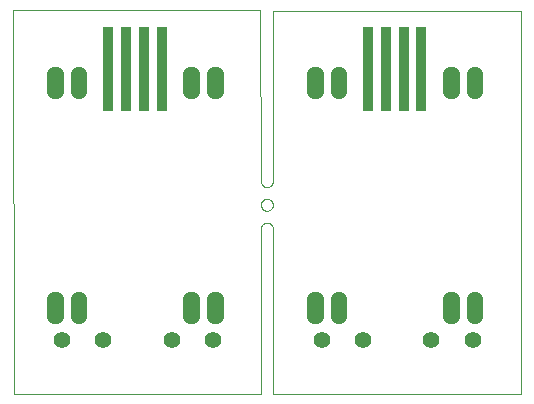
<source format=gbs>
G75*
%MOIN*%
%OFA0B0*%
%FSLAX25Y25*%
%IPPOS*%
%LPD*%
%AMOC8*
5,1,8,0,0,1.08239X$1,22.5*
%
%ADD10C,0.00394*%
%ADD11C,0.05550*%
%ADD12C,0.00000*%
%ADD13C,0.03550*%
%ADD14R,0.03746X0.27959*%
%ADD15C,0.04860*%
D10*
X0001394Y0001197D02*
X0001197Y0129031D01*
X0083559Y0129031D01*
X0083756Y0072063D01*
X0083755Y0072063D02*
X0083757Y0071976D01*
X0083763Y0071889D01*
X0083772Y0071802D01*
X0083786Y0071716D01*
X0083803Y0071631D01*
X0083824Y0071546D01*
X0083849Y0071463D01*
X0083877Y0071380D01*
X0083909Y0071299D01*
X0083945Y0071220D01*
X0083984Y0071142D01*
X0084026Y0071066D01*
X0084072Y0070992D01*
X0084121Y0070920D01*
X0084173Y0070850D01*
X0084228Y0070783D01*
X0084286Y0070718D01*
X0084347Y0070655D01*
X0084411Y0070596D01*
X0084477Y0070539D01*
X0084546Y0070486D01*
X0084617Y0070435D01*
X0084690Y0070388D01*
X0084765Y0070343D01*
X0084842Y0070303D01*
X0084920Y0070265D01*
X0085001Y0070232D01*
X0085082Y0070201D01*
X0085165Y0070175D01*
X0085250Y0070152D01*
X0085335Y0070133D01*
X0085420Y0070118D01*
X0085507Y0070106D01*
X0085593Y0070098D01*
X0085680Y0070094D01*
X0085768Y0070094D01*
X0085855Y0070098D01*
X0085941Y0070106D01*
X0086028Y0070118D01*
X0086113Y0070133D01*
X0086198Y0070152D01*
X0086283Y0070175D01*
X0086366Y0070201D01*
X0086447Y0070232D01*
X0086528Y0070265D01*
X0086606Y0070303D01*
X0086683Y0070343D01*
X0086758Y0070388D01*
X0086831Y0070435D01*
X0086902Y0070486D01*
X0086971Y0070539D01*
X0087037Y0070596D01*
X0087101Y0070655D01*
X0087162Y0070718D01*
X0087220Y0070783D01*
X0087275Y0070850D01*
X0087327Y0070920D01*
X0087376Y0070992D01*
X0087422Y0071066D01*
X0087464Y0071142D01*
X0087503Y0071220D01*
X0087539Y0071299D01*
X0087571Y0071380D01*
X0087599Y0071463D01*
X0087624Y0071546D01*
X0087645Y0071631D01*
X0087662Y0071716D01*
X0087676Y0071802D01*
X0087685Y0071889D01*
X0087691Y0071976D01*
X0087693Y0072063D01*
X0087693Y0128874D01*
X0170370Y0128874D01*
X0170370Y0001197D01*
X0087693Y0001197D01*
X0087693Y0056315D01*
X0087691Y0056402D01*
X0087685Y0056489D01*
X0087676Y0056576D01*
X0087662Y0056662D01*
X0087645Y0056747D01*
X0087624Y0056832D01*
X0087599Y0056915D01*
X0087571Y0056998D01*
X0087539Y0057079D01*
X0087503Y0057158D01*
X0087464Y0057236D01*
X0087422Y0057312D01*
X0087376Y0057386D01*
X0087327Y0057458D01*
X0087275Y0057528D01*
X0087220Y0057595D01*
X0087162Y0057660D01*
X0087101Y0057723D01*
X0087037Y0057782D01*
X0086971Y0057839D01*
X0086902Y0057892D01*
X0086831Y0057943D01*
X0086758Y0057990D01*
X0086683Y0058035D01*
X0086606Y0058075D01*
X0086528Y0058113D01*
X0086447Y0058146D01*
X0086366Y0058177D01*
X0086283Y0058203D01*
X0086198Y0058226D01*
X0086113Y0058245D01*
X0086028Y0058260D01*
X0085941Y0058272D01*
X0085855Y0058280D01*
X0085768Y0058284D01*
X0085680Y0058284D01*
X0085593Y0058280D01*
X0085507Y0058272D01*
X0085420Y0058260D01*
X0085335Y0058245D01*
X0085250Y0058226D01*
X0085165Y0058203D01*
X0085082Y0058177D01*
X0085001Y0058146D01*
X0084920Y0058113D01*
X0084842Y0058075D01*
X0084765Y0058035D01*
X0084690Y0057990D01*
X0084617Y0057943D01*
X0084546Y0057892D01*
X0084477Y0057839D01*
X0084411Y0057782D01*
X0084347Y0057723D01*
X0084286Y0057660D01*
X0084228Y0057595D01*
X0084173Y0057528D01*
X0084121Y0057458D01*
X0084072Y0057386D01*
X0084026Y0057312D01*
X0083984Y0057236D01*
X0083945Y0057158D01*
X0083909Y0057079D01*
X0083877Y0056998D01*
X0083849Y0056915D01*
X0083824Y0056832D01*
X0083803Y0056747D01*
X0083786Y0056662D01*
X0083772Y0056576D01*
X0083763Y0056489D01*
X0083757Y0056402D01*
X0083755Y0056315D01*
X0083756Y0056315D02*
X0083756Y0001197D01*
X0001394Y0001197D01*
X0083755Y0064189D02*
X0083757Y0064277D01*
X0083763Y0064365D01*
X0083773Y0064453D01*
X0083787Y0064541D01*
X0083804Y0064627D01*
X0083826Y0064713D01*
X0083851Y0064797D01*
X0083881Y0064881D01*
X0083913Y0064963D01*
X0083950Y0065043D01*
X0083990Y0065122D01*
X0084034Y0065199D01*
X0084081Y0065274D01*
X0084131Y0065346D01*
X0084185Y0065417D01*
X0084241Y0065484D01*
X0084301Y0065550D01*
X0084363Y0065612D01*
X0084429Y0065672D01*
X0084496Y0065728D01*
X0084567Y0065782D01*
X0084639Y0065832D01*
X0084714Y0065879D01*
X0084791Y0065923D01*
X0084870Y0065963D01*
X0084950Y0066000D01*
X0085032Y0066032D01*
X0085116Y0066062D01*
X0085200Y0066087D01*
X0085286Y0066109D01*
X0085372Y0066126D01*
X0085460Y0066140D01*
X0085548Y0066150D01*
X0085636Y0066156D01*
X0085724Y0066158D01*
X0085812Y0066156D01*
X0085900Y0066150D01*
X0085988Y0066140D01*
X0086076Y0066126D01*
X0086162Y0066109D01*
X0086248Y0066087D01*
X0086332Y0066062D01*
X0086416Y0066032D01*
X0086498Y0066000D01*
X0086578Y0065963D01*
X0086657Y0065923D01*
X0086734Y0065879D01*
X0086809Y0065832D01*
X0086881Y0065782D01*
X0086952Y0065728D01*
X0087019Y0065672D01*
X0087085Y0065612D01*
X0087147Y0065550D01*
X0087207Y0065484D01*
X0087263Y0065417D01*
X0087317Y0065346D01*
X0087367Y0065274D01*
X0087414Y0065199D01*
X0087458Y0065122D01*
X0087498Y0065043D01*
X0087535Y0064963D01*
X0087567Y0064881D01*
X0087597Y0064797D01*
X0087622Y0064713D01*
X0087644Y0064627D01*
X0087661Y0064541D01*
X0087675Y0064453D01*
X0087685Y0064365D01*
X0087691Y0064277D01*
X0087693Y0064189D01*
X0087691Y0064101D01*
X0087685Y0064013D01*
X0087675Y0063925D01*
X0087661Y0063837D01*
X0087644Y0063751D01*
X0087622Y0063665D01*
X0087597Y0063581D01*
X0087567Y0063497D01*
X0087535Y0063415D01*
X0087498Y0063335D01*
X0087458Y0063256D01*
X0087414Y0063179D01*
X0087367Y0063104D01*
X0087317Y0063032D01*
X0087263Y0062961D01*
X0087207Y0062894D01*
X0087147Y0062828D01*
X0087085Y0062766D01*
X0087019Y0062706D01*
X0086952Y0062650D01*
X0086881Y0062596D01*
X0086809Y0062546D01*
X0086734Y0062499D01*
X0086657Y0062455D01*
X0086578Y0062415D01*
X0086498Y0062378D01*
X0086416Y0062346D01*
X0086332Y0062316D01*
X0086248Y0062291D01*
X0086162Y0062269D01*
X0086076Y0062252D01*
X0085988Y0062238D01*
X0085900Y0062228D01*
X0085812Y0062222D01*
X0085724Y0062220D01*
X0085636Y0062222D01*
X0085548Y0062228D01*
X0085460Y0062238D01*
X0085372Y0062252D01*
X0085286Y0062269D01*
X0085200Y0062291D01*
X0085116Y0062316D01*
X0085032Y0062346D01*
X0084950Y0062378D01*
X0084870Y0062415D01*
X0084791Y0062455D01*
X0084714Y0062499D01*
X0084639Y0062546D01*
X0084567Y0062596D01*
X0084496Y0062650D01*
X0084429Y0062706D01*
X0084363Y0062766D01*
X0084301Y0062828D01*
X0084241Y0062894D01*
X0084185Y0062961D01*
X0084131Y0063032D01*
X0084081Y0063104D01*
X0084034Y0063179D01*
X0083990Y0063256D01*
X0083950Y0063335D01*
X0083913Y0063415D01*
X0083881Y0063497D01*
X0083851Y0063581D01*
X0083826Y0063665D01*
X0083804Y0063751D01*
X0083787Y0063837D01*
X0083773Y0063925D01*
X0083763Y0064013D01*
X0083757Y0064101D01*
X0083755Y0064189D01*
D11*
X0067732Y0019268D03*
X0053953Y0019268D03*
X0031157Y0019268D03*
X0017378Y0019268D03*
X0103992Y0019268D03*
X0117772Y0019268D03*
X0140567Y0019268D03*
X0154346Y0019268D03*
D12*
X0152771Y0019268D02*
X0152773Y0019347D01*
X0152779Y0019426D01*
X0152789Y0019505D01*
X0152803Y0019583D01*
X0152820Y0019660D01*
X0152842Y0019736D01*
X0152867Y0019811D01*
X0152897Y0019884D01*
X0152929Y0019956D01*
X0152966Y0020027D01*
X0153006Y0020095D01*
X0153049Y0020161D01*
X0153095Y0020225D01*
X0153145Y0020287D01*
X0153198Y0020346D01*
X0153253Y0020402D01*
X0153312Y0020456D01*
X0153373Y0020506D01*
X0153436Y0020554D01*
X0153502Y0020598D01*
X0153570Y0020639D01*
X0153640Y0020676D01*
X0153711Y0020710D01*
X0153785Y0020740D01*
X0153859Y0020766D01*
X0153935Y0020788D01*
X0154012Y0020807D01*
X0154090Y0020822D01*
X0154168Y0020833D01*
X0154247Y0020840D01*
X0154326Y0020843D01*
X0154405Y0020842D01*
X0154484Y0020837D01*
X0154563Y0020828D01*
X0154641Y0020815D01*
X0154718Y0020798D01*
X0154795Y0020778D01*
X0154870Y0020753D01*
X0154944Y0020725D01*
X0155017Y0020693D01*
X0155087Y0020658D01*
X0155156Y0020619D01*
X0155223Y0020576D01*
X0155288Y0020530D01*
X0155350Y0020482D01*
X0155410Y0020430D01*
X0155467Y0020375D01*
X0155521Y0020317D01*
X0155572Y0020257D01*
X0155620Y0020194D01*
X0155665Y0020129D01*
X0155707Y0020061D01*
X0155745Y0019992D01*
X0155779Y0019921D01*
X0155810Y0019848D01*
X0155838Y0019773D01*
X0155861Y0019698D01*
X0155881Y0019621D01*
X0155897Y0019544D01*
X0155909Y0019465D01*
X0155917Y0019387D01*
X0155921Y0019308D01*
X0155921Y0019228D01*
X0155917Y0019149D01*
X0155909Y0019071D01*
X0155897Y0018992D01*
X0155881Y0018915D01*
X0155861Y0018838D01*
X0155838Y0018763D01*
X0155810Y0018688D01*
X0155779Y0018615D01*
X0155745Y0018544D01*
X0155707Y0018475D01*
X0155665Y0018407D01*
X0155620Y0018342D01*
X0155572Y0018279D01*
X0155521Y0018219D01*
X0155467Y0018161D01*
X0155410Y0018106D01*
X0155350Y0018054D01*
X0155288Y0018006D01*
X0155223Y0017960D01*
X0155156Y0017917D01*
X0155087Y0017878D01*
X0155017Y0017843D01*
X0154944Y0017811D01*
X0154870Y0017783D01*
X0154795Y0017758D01*
X0154718Y0017738D01*
X0154641Y0017721D01*
X0154563Y0017708D01*
X0154484Y0017699D01*
X0154405Y0017694D01*
X0154326Y0017693D01*
X0154247Y0017696D01*
X0154168Y0017703D01*
X0154090Y0017714D01*
X0154012Y0017729D01*
X0153935Y0017748D01*
X0153859Y0017770D01*
X0153785Y0017796D01*
X0153711Y0017826D01*
X0153640Y0017860D01*
X0153570Y0017897D01*
X0153502Y0017938D01*
X0153436Y0017982D01*
X0153373Y0018030D01*
X0153312Y0018080D01*
X0153253Y0018134D01*
X0153198Y0018190D01*
X0153145Y0018249D01*
X0153095Y0018311D01*
X0153049Y0018375D01*
X0153006Y0018441D01*
X0152966Y0018509D01*
X0152929Y0018580D01*
X0152897Y0018652D01*
X0152867Y0018725D01*
X0152842Y0018800D01*
X0152820Y0018876D01*
X0152803Y0018953D01*
X0152789Y0019031D01*
X0152779Y0019110D01*
X0152773Y0019189D01*
X0152771Y0019268D01*
X0138992Y0019268D02*
X0138994Y0019347D01*
X0139000Y0019426D01*
X0139010Y0019505D01*
X0139024Y0019583D01*
X0139041Y0019660D01*
X0139063Y0019736D01*
X0139088Y0019811D01*
X0139118Y0019884D01*
X0139150Y0019956D01*
X0139187Y0020027D01*
X0139227Y0020095D01*
X0139270Y0020161D01*
X0139316Y0020225D01*
X0139366Y0020287D01*
X0139419Y0020346D01*
X0139474Y0020402D01*
X0139533Y0020456D01*
X0139594Y0020506D01*
X0139657Y0020554D01*
X0139723Y0020598D01*
X0139791Y0020639D01*
X0139861Y0020676D01*
X0139932Y0020710D01*
X0140006Y0020740D01*
X0140080Y0020766D01*
X0140156Y0020788D01*
X0140233Y0020807D01*
X0140311Y0020822D01*
X0140389Y0020833D01*
X0140468Y0020840D01*
X0140547Y0020843D01*
X0140626Y0020842D01*
X0140705Y0020837D01*
X0140784Y0020828D01*
X0140862Y0020815D01*
X0140939Y0020798D01*
X0141016Y0020778D01*
X0141091Y0020753D01*
X0141165Y0020725D01*
X0141238Y0020693D01*
X0141308Y0020658D01*
X0141377Y0020619D01*
X0141444Y0020576D01*
X0141509Y0020530D01*
X0141571Y0020482D01*
X0141631Y0020430D01*
X0141688Y0020375D01*
X0141742Y0020317D01*
X0141793Y0020257D01*
X0141841Y0020194D01*
X0141886Y0020129D01*
X0141928Y0020061D01*
X0141966Y0019992D01*
X0142000Y0019921D01*
X0142031Y0019848D01*
X0142059Y0019773D01*
X0142082Y0019698D01*
X0142102Y0019621D01*
X0142118Y0019544D01*
X0142130Y0019465D01*
X0142138Y0019387D01*
X0142142Y0019308D01*
X0142142Y0019228D01*
X0142138Y0019149D01*
X0142130Y0019071D01*
X0142118Y0018992D01*
X0142102Y0018915D01*
X0142082Y0018838D01*
X0142059Y0018763D01*
X0142031Y0018688D01*
X0142000Y0018615D01*
X0141966Y0018544D01*
X0141928Y0018475D01*
X0141886Y0018407D01*
X0141841Y0018342D01*
X0141793Y0018279D01*
X0141742Y0018219D01*
X0141688Y0018161D01*
X0141631Y0018106D01*
X0141571Y0018054D01*
X0141509Y0018006D01*
X0141444Y0017960D01*
X0141377Y0017917D01*
X0141308Y0017878D01*
X0141238Y0017843D01*
X0141165Y0017811D01*
X0141091Y0017783D01*
X0141016Y0017758D01*
X0140939Y0017738D01*
X0140862Y0017721D01*
X0140784Y0017708D01*
X0140705Y0017699D01*
X0140626Y0017694D01*
X0140547Y0017693D01*
X0140468Y0017696D01*
X0140389Y0017703D01*
X0140311Y0017714D01*
X0140233Y0017729D01*
X0140156Y0017748D01*
X0140080Y0017770D01*
X0140006Y0017796D01*
X0139932Y0017826D01*
X0139861Y0017860D01*
X0139791Y0017897D01*
X0139723Y0017938D01*
X0139657Y0017982D01*
X0139594Y0018030D01*
X0139533Y0018080D01*
X0139474Y0018134D01*
X0139419Y0018190D01*
X0139366Y0018249D01*
X0139316Y0018311D01*
X0139270Y0018375D01*
X0139227Y0018441D01*
X0139187Y0018509D01*
X0139150Y0018580D01*
X0139118Y0018652D01*
X0139088Y0018725D01*
X0139063Y0018800D01*
X0139041Y0018876D01*
X0139024Y0018953D01*
X0139010Y0019031D01*
X0139000Y0019110D01*
X0138994Y0019189D01*
X0138992Y0019268D01*
X0116197Y0019268D02*
X0116199Y0019347D01*
X0116205Y0019426D01*
X0116215Y0019505D01*
X0116229Y0019583D01*
X0116246Y0019660D01*
X0116268Y0019736D01*
X0116293Y0019811D01*
X0116323Y0019884D01*
X0116355Y0019956D01*
X0116392Y0020027D01*
X0116432Y0020095D01*
X0116475Y0020161D01*
X0116521Y0020225D01*
X0116571Y0020287D01*
X0116624Y0020346D01*
X0116679Y0020402D01*
X0116738Y0020456D01*
X0116799Y0020506D01*
X0116862Y0020554D01*
X0116928Y0020598D01*
X0116996Y0020639D01*
X0117066Y0020676D01*
X0117137Y0020710D01*
X0117211Y0020740D01*
X0117285Y0020766D01*
X0117361Y0020788D01*
X0117438Y0020807D01*
X0117516Y0020822D01*
X0117594Y0020833D01*
X0117673Y0020840D01*
X0117752Y0020843D01*
X0117831Y0020842D01*
X0117910Y0020837D01*
X0117989Y0020828D01*
X0118067Y0020815D01*
X0118144Y0020798D01*
X0118221Y0020778D01*
X0118296Y0020753D01*
X0118370Y0020725D01*
X0118443Y0020693D01*
X0118513Y0020658D01*
X0118582Y0020619D01*
X0118649Y0020576D01*
X0118714Y0020530D01*
X0118776Y0020482D01*
X0118836Y0020430D01*
X0118893Y0020375D01*
X0118947Y0020317D01*
X0118998Y0020257D01*
X0119046Y0020194D01*
X0119091Y0020129D01*
X0119133Y0020061D01*
X0119171Y0019992D01*
X0119205Y0019921D01*
X0119236Y0019848D01*
X0119264Y0019773D01*
X0119287Y0019698D01*
X0119307Y0019621D01*
X0119323Y0019544D01*
X0119335Y0019465D01*
X0119343Y0019387D01*
X0119347Y0019308D01*
X0119347Y0019228D01*
X0119343Y0019149D01*
X0119335Y0019071D01*
X0119323Y0018992D01*
X0119307Y0018915D01*
X0119287Y0018838D01*
X0119264Y0018763D01*
X0119236Y0018688D01*
X0119205Y0018615D01*
X0119171Y0018544D01*
X0119133Y0018475D01*
X0119091Y0018407D01*
X0119046Y0018342D01*
X0118998Y0018279D01*
X0118947Y0018219D01*
X0118893Y0018161D01*
X0118836Y0018106D01*
X0118776Y0018054D01*
X0118714Y0018006D01*
X0118649Y0017960D01*
X0118582Y0017917D01*
X0118513Y0017878D01*
X0118443Y0017843D01*
X0118370Y0017811D01*
X0118296Y0017783D01*
X0118221Y0017758D01*
X0118144Y0017738D01*
X0118067Y0017721D01*
X0117989Y0017708D01*
X0117910Y0017699D01*
X0117831Y0017694D01*
X0117752Y0017693D01*
X0117673Y0017696D01*
X0117594Y0017703D01*
X0117516Y0017714D01*
X0117438Y0017729D01*
X0117361Y0017748D01*
X0117285Y0017770D01*
X0117211Y0017796D01*
X0117137Y0017826D01*
X0117066Y0017860D01*
X0116996Y0017897D01*
X0116928Y0017938D01*
X0116862Y0017982D01*
X0116799Y0018030D01*
X0116738Y0018080D01*
X0116679Y0018134D01*
X0116624Y0018190D01*
X0116571Y0018249D01*
X0116521Y0018311D01*
X0116475Y0018375D01*
X0116432Y0018441D01*
X0116392Y0018509D01*
X0116355Y0018580D01*
X0116323Y0018652D01*
X0116293Y0018725D01*
X0116268Y0018800D01*
X0116246Y0018876D01*
X0116229Y0018953D01*
X0116215Y0019031D01*
X0116205Y0019110D01*
X0116199Y0019189D01*
X0116197Y0019268D01*
X0102417Y0019268D02*
X0102419Y0019347D01*
X0102425Y0019426D01*
X0102435Y0019505D01*
X0102449Y0019583D01*
X0102466Y0019660D01*
X0102488Y0019736D01*
X0102513Y0019811D01*
X0102543Y0019884D01*
X0102575Y0019956D01*
X0102612Y0020027D01*
X0102652Y0020095D01*
X0102695Y0020161D01*
X0102741Y0020225D01*
X0102791Y0020287D01*
X0102844Y0020346D01*
X0102899Y0020402D01*
X0102958Y0020456D01*
X0103019Y0020506D01*
X0103082Y0020554D01*
X0103148Y0020598D01*
X0103216Y0020639D01*
X0103286Y0020676D01*
X0103357Y0020710D01*
X0103431Y0020740D01*
X0103505Y0020766D01*
X0103581Y0020788D01*
X0103658Y0020807D01*
X0103736Y0020822D01*
X0103814Y0020833D01*
X0103893Y0020840D01*
X0103972Y0020843D01*
X0104051Y0020842D01*
X0104130Y0020837D01*
X0104209Y0020828D01*
X0104287Y0020815D01*
X0104364Y0020798D01*
X0104441Y0020778D01*
X0104516Y0020753D01*
X0104590Y0020725D01*
X0104663Y0020693D01*
X0104733Y0020658D01*
X0104802Y0020619D01*
X0104869Y0020576D01*
X0104934Y0020530D01*
X0104996Y0020482D01*
X0105056Y0020430D01*
X0105113Y0020375D01*
X0105167Y0020317D01*
X0105218Y0020257D01*
X0105266Y0020194D01*
X0105311Y0020129D01*
X0105353Y0020061D01*
X0105391Y0019992D01*
X0105425Y0019921D01*
X0105456Y0019848D01*
X0105484Y0019773D01*
X0105507Y0019698D01*
X0105527Y0019621D01*
X0105543Y0019544D01*
X0105555Y0019465D01*
X0105563Y0019387D01*
X0105567Y0019308D01*
X0105567Y0019228D01*
X0105563Y0019149D01*
X0105555Y0019071D01*
X0105543Y0018992D01*
X0105527Y0018915D01*
X0105507Y0018838D01*
X0105484Y0018763D01*
X0105456Y0018688D01*
X0105425Y0018615D01*
X0105391Y0018544D01*
X0105353Y0018475D01*
X0105311Y0018407D01*
X0105266Y0018342D01*
X0105218Y0018279D01*
X0105167Y0018219D01*
X0105113Y0018161D01*
X0105056Y0018106D01*
X0104996Y0018054D01*
X0104934Y0018006D01*
X0104869Y0017960D01*
X0104802Y0017917D01*
X0104733Y0017878D01*
X0104663Y0017843D01*
X0104590Y0017811D01*
X0104516Y0017783D01*
X0104441Y0017758D01*
X0104364Y0017738D01*
X0104287Y0017721D01*
X0104209Y0017708D01*
X0104130Y0017699D01*
X0104051Y0017694D01*
X0103972Y0017693D01*
X0103893Y0017696D01*
X0103814Y0017703D01*
X0103736Y0017714D01*
X0103658Y0017729D01*
X0103581Y0017748D01*
X0103505Y0017770D01*
X0103431Y0017796D01*
X0103357Y0017826D01*
X0103286Y0017860D01*
X0103216Y0017897D01*
X0103148Y0017938D01*
X0103082Y0017982D01*
X0103019Y0018030D01*
X0102958Y0018080D01*
X0102899Y0018134D01*
X0102844Y0018190D01*
X0102791Y0018249D01*
X0102741Y0018311D01*
X0102695Y0018375D01*
X0102652Y0018441D01*
X0102612Y0018509D01*
X0102575Y0018580D01*
X0102543Y0018652D01*
X0102513Y0018725D01*
X0102488Y0018800D01*
X0102466Y0018876D01*
X0102449Y0018953D01*
X0102435Y0019031D01*
X0102425Y0019110D01*
X0102419Y0019189D01*
X0102417Y0019268D01*
X0066157Y0019268D02*
X0066159Y0019347D01*
X0066165Y0019426D01*
X0066175Y0019505D01*
X0066189Y0019583D01*
X0066206Y0019660D01*
X0066228Y0019736D01*
X0066253Y0019811D01*
X0066283Y0019884D01*
X0066315Y0019956D01*
X0066352Y0020027D01*
X0066392Y0020095D01*
X0066435Y0020161D01*
X0066481Y0020225D01*
X0066531Y0020287D01*
X0066584Y0020346D01*
X0066639Y0020402D01*
X0066698Y0020456D01*
X0066759Y0020506D01*
X0066822Y0020554D01*
X0066888Y0020598D01*
X0066956Y0020639D01*
X0067026Y0020676D01*
X0067097Y0020710D01*
X0067171Y0020740D01*
X0067245Y0020766D01*
X0067321Y0020788D01*
X0067398Y0020807D01*
X0067476Y0020822D01*
X0067554Y0020833D01*
X0067633Y0020840D01*
X0067712Y0020843D01*
X0067791Y0020842D01*
X0067870Y0020837D01*
X0067949Y0020828D01*
X0068027Y0020815D01*
X0068104Y0020798D01*
X0068181Y0020778D01*
X0068256Y0020753D01*
X0068330Y0020725D01*
X0068403Y0020693D01*
X0068473Y0020658D01*
X0068542Y0020619D01*
X0068609Y0020576D01*
X0068674Y0020530D01*
X0068736Y0020482D01*
X0068796Y0020430D01*
X0068853Y0020375D01*
X0068907Y0020317D01*
X0068958Y0020257D01*
X0069006Y0020194D01*
X0069051Y0020129D01*
X0069093Y0020061D01*
X0069131Y0019992D01*
X0069165Y0019921D01*
X0069196Y0019848D01*
X0069224Y0019773D01*
X0069247Y0019698D01*
X0069267Y0019621D01*
X0069283Y0019544D01*
X0069295Y0019465D01*
X0069303Y0019387D01*
X0069307Y0019308D01*
X0069307Y0019228D01*
X0069303Y0019149D01*
X0069295Y0019071D01*
X0069283Y0018992D01*
X0069267Y0018915D01*
X0069247Y0018838D01*
X0069224Y0018763D01*
X0069196Y0018688D01*
X0069165Y0018615D01*
X0069131Y0018544D01*
X0069093Y0018475D01*
X0069051Y0018407D01*
X0069006Y0018342D01*
X0068958Y0018279D01*
X0068907Y0018219D01*
X0068853Y0018161D01*
X0068796Y0018106D01*
X0068736Y0018054D01*
X0068674Y0018006D01*
X0068609Y0017960D01*
X0068542Y0017917D01*
X0068473Y0017878D01*
X0068403Y0017843D01*
X0068330Y0017811D01*
X0068256Y0017783D01*
X0068181Y0017758D01*
X0068104Y0017738D01*
X0068027Y0017721D01*
X0067949Y0017708D01*
X0067870Y0017699D01*
X0067791Y0017694D01*
X0067712Y0017693D01*
X0067633Y0017696D01*
X0067554Y0017703D01*
X0067476Y0017714D01*
X0067398Y0017729D01*
X0067321Y0017748D01*
X0067245Y0017770D01*
X0067171Y0017796D01*
X0067097Y0017826D01*
X0067026Y0017860D01*
X0066956Y0017897D01*
X0066888Y0017938D01*
X0066822Y0017982D01*
X0066759Y0018030D01*
X0066698Y0018080D01*
X0066639Y0018134D01*
X0066584Y0018190D01*
X0066531Y0018249D01*
X0066481Y0018311D01*
X0066435Y0018375D01*
X0066392Y0018441D01*
X0066352Y0018509D01*
X0066315Y0018580D01*
X0066283Y0018652D01*
X0066253Y0018725D01*
X0066228Y0018800D01*
X0066206Y0018876D01*
X0066189Y0018953D01*
X0066175Y0019031D01*
X0066165Y0019110D01*
X0066159Y0019189D01*
X0066157Y0019268D01*
X0052378Y0019268D02*
X0052380Y0019347D01*
X0052386Y0019426D01*
X0052396Y0019505D01*
X0052410Y0019583D01*
X0052427Y0019660D01*
X0052449Y0019736D01*
X0052474Y0019811D01*
X0052504Y0019884D01*
X0052536Y0019956D01*
X0052573Y0020027D01*
X0052613Y0020095D01*
X0052656Y0020161D01*
X0052702Y0020225D01*
X0052752Y0020287D01*
X0052805Y0020346D01*
X0052860Y0020402D01*
X0052919Y0020456D01*
X0052980Y0020506D01*
X0053043Y0020554D01*
X0053109Y0020598D01*
X0053177Y0020639D01*
X0053247Y0020676D01*
X0053318Y0020710D01*
X0053392Y0020740D01*
X0053466Y0020766D01*
X0053542Y0020788D01*
X0053619Y0020807D01*
X0053697Y0020822D01*
X0053775Y0020833D01*
X0053854Y0020840D01*
X0053933Y0020843D01*
X0054012Y0020842D01*
X0054091Y0020837D01*
X0054170Y0020828D01*
X0054248Y0020815D01*
X0054325Y0020798D01*
X0054402Y0020778D01*
X0054477Y0020753D01*
X0054551Y0020725D01*
X0054624Y0020693D01*
X0054694Y0020658D01*
X0054763Y0020619D01*
X0054830Y0020576D01*
X0054895Y0020530D01*
X0054957Y0020482D01*
X0055017Y0020430D01*
X0055074Y0020375D01*
X0055128Y0020317D01*
X0055179Y0020257D01*
X0055227Y0020194D01*
X0055272Y0020129D01*
X0055314Y0020061D01*
X0055352Y0019992D01*
X0055386Y0019921D01*
X0055417Y0019848D01*
X0055445Y0019773D01*
X0055468Y0019698D01*
X0055488Y0019621D01*
X0055504Y0019544D01*
X0055516Y0019465D01*
X0055524Y0019387D01*
X0055528Y0019308D01*
X0055528Y0019228D01*
X0055524Y0019149D01*
X0055516Y0019071D01*
X0055504Y0018992D01*
X0055488Y0018915D01*
X0055468Y0018838D01*
X0055445Y0018763D01*
X0055417Y0018688D01*
X0055386Y0018615D01*
X0055352Y0018544D01*
X0055314Y0018475D01*
X0055272Y0018407D01*
X0055227Y0018342D01*
X0055179Y0018279D01*
X0055128Y0018219D01*
X0055074Y0018161D01*
X0055017Y0018106D01*
X0054957Y0018054D01*
X0054895Y0018006D01*
X0054830Y0017960D01*
X0054763Y0017917D01*
X0054694Y0017878D01*
X0054624Y0017843D01*
X0054551Y0017811D01*
X0054477Y0017783D01*
X0054402Y0017758D01*
X0054325Y0017738D01*
X0054248Y0017721D01*
X0054170Y0017708D01*
X0054091Y0017699D01*
X0054012Y0017694D01*
X0053933Y0017693D01*
X0053854Y0017696D01*
X0053775Y0017703D01*
X0053697Y0017714D01*
X0053619Y0017729D01*
X0053542Y0017748D01*
X0053466Y0017770D01*
X0053392Y0017796D01*
X0053318Y0017826D01*
X0053247Y0017860D01*
X0053177Y0017897D01*
X0053109Y0017938D01*
X0053043Y0017982D01*
X0052980Y0018030D01*
X0052919Y0018080D01*
X0052860Y0018134D01*
X0052805Y0018190D01*
X0052752Y0018249D01*
X0052702Y0018311D01*
X0052656Y0018375D01*
X0052613Y0018441D01*
X0052573Y0018509D01*
X0052536Y0018580D01*
X0052504Y0018652D01*
X0052474Y0018725D01*
X0052449Y0018800D01*
X0052427Y0018876D01*
X0052410Y0018953D01*
X0052396Y0019031D01*
X0052386Y0019110D01*
X0052380Y0019189D01*
X0052378Y0019268D01*
X0029582Y0019268D02*
X0029584Y0019347D01*
X0029590Y0019426D01*
X0029600Y0019505D01*
X0029614Y0019583D01*
X0029631Y0019660D01*
X0029653Y0019736D01*
X0029678Y0019811D01*
X0029708Y0019884D01*
X0029740Y0019956D01*
X0029777Y0020027D01*
X0029817Y0020095D01*
X0029860Y0020161D01*
X0029906Y0020225D01*
X0029956Y0020287D01*
X0030009Y0020346D01*
X0030064Y0020402D01*
X0030123Y0020456D01*
X0030184Y0020506D01*
X0030247Y0020554D01*
X0030313Y0020598D01*
X0030381Y0020639D01*
X0030451Y0020676D01*
X0030522Y0020710D01*
X0030596Y0020740D01*
X0030670Y0020766D01*
X0030746Y0020788D01*
X0030823Y0020807D01*
X0030901Y0020822D01*
X0030979Y0020833D01*
X0031058Y0020840D01*
X0031137Y0020843D01*
X0031216Y0020842D01*
X0031295Y0020837D01*
X0031374Y0020828D01*
X0031452Y0020815D01*
X0031529Y0020798D01*
X0031606Y0020778D01*
X0031681Y0020753D01*
X0031755Y0020725D01*
X0031828Y0020693D01*
X0031898Y0020658D01*
X0031967Y0020619D01*
X0032034Y0020576D01*
X0032099Y0020530D01*
X0032161Y0020482D01*
X0032221Y0020430D01*
X0032278Y0020375D01*
X0032332Y0020317D01*
X0032383Y0020257D01*
X0032431Y0020194D01*
X0032476Y0020129D01*
X0032518Y0020061D01*
X0032556Y0019992D01*
X0032590Y0019921D01*
X0032621Y0019848D01*
X0032649Y0019773D01*
X0032672Y0019698D01*
X0032692Y0019621D01*
X0032708Y0019544D01*
X0032720Y0019465D01*
X0032728Y0019387D01*
X0032732Y0019308D01*
X0032732Y0019228D01*
X0032728Y0019149D01*
X0032720Y0019071D01*
X0032708Y0018992D01*
X0032692Y0018915D01*
X0032672Y0018838D01*
X0032649Y0018763D01*
X0032621Y0018688D01*
X0032590Y0018615D01*
X0032556Y0018544D01*
X0032518Y0018475D01*
X0032476Y0018407D01*
X0032431Y0018342D01*
X0032383Y0018279D01*
X0032332Y0018219D01*
X0032278Y0018161D01*
X0032221Y0018106D01*
X0032161Y0018054D01*
X0032099Y0018006D01*
X0032034Y0017960D01*
X0031967Y0017917D01*
X0031898Y0017878D01*
X0031828Y0017843D01*
X0031755Y0017811D01*
X0031681Y0017783D01*
X0031606Y0017758D01*
X0031529Y0017738D01*
X0031452Y0017721D01*
X0031374Y0017708D01*
X0031295Y0017699D01*
X0031216Y0017694D01*
X0031137Y0017693D01*
X0031058Y0017696D01*
X0030979Y0017703D01*
X0030901Y0017714D01*
X0030823Y0017729D01*
X0030746Y0017748D01*
X0030670Y0017770D01*
X0030596Y0017796D01*
X0030522Y0017826D01*
X0030451Y0017860D01*
X0030381Y0017897D01*
X0030313Y0017938D01*
X0030247Y0017982D01*
X0030184Y0018030D01*
X0030123Y0018080D01*
X0030064Y0018134D01*
X0030009Y0018190D01*
X0029956Y0018249D01*
X0029906Y0018311D01*
X0029860Y0018375D01*
X0029817Y0018441D01*
X0029777Y0018509D01*
X0029740Y0018580D01*
X0029708Y0018652D01*
X0029678Y0018725D01*
X0029653Y0018800D01*
X0029631Y0018876D01*
X0029614Y0018953D01*
X0029600Y0019031D01*
X0029590Y0019110D01*
X0029584Y0019189D01*
X0029582Y0019268D01*
X0015803Y0019268D02*
X0015805Y0019347D01*
X0015811Y0019426D01*
X0015821Y0019505D01*
X0015835Y0019583D01*
X0015852Y0019660D01*
X0015874Y0019736D01*
X0015899Y0019811D01*
X0015929Y0019884D01*
X0015961Y0019956D01*
X0015998Y0020027D01*
X0016038Y0020095D01*
X0016081Y0020161D01*
X0016127Y0020225D01*
X0016177Y0020287D01*
X0016230Y0020346D01*
X0016285Y0020402D01*
X0016344Y0020456D01*
X0016405Y0020506D01*
X0016468Y0020554D01*
X0016534Y0020598D01*
X0016602Y0020639D01*
X0016672Y0020676D01*
X0016743Y0020710D01*
X0016817Y0020740D01*
X0016891Y0020766D01*
X0016967Y0020788D01*
X0017044Y0020807D01*
X0017122Y0020822D01*
X0017200Y0020833D01*
X0017279Y0020840D01*
X0017358Y0020843D01*
X0017437Y0020842D01*
X0017516Y0020837D01*
X0017595Y0020828D01*
X0017673Y0020815D01*
X0017750Y0020798D01*
X0017827Y0020778D01*
X0017902Y0020753D01*
X0017976Y0020725D01*
X0018049Y0020693D01*
X0018119Y0020658D01*
X0018188Y0020619D01*
X0018255Y0020576D01*
X0018320Y0020530D01*
X0018382Y0020482D01*
X0018442Y0020430D01*
X0018499Y0020375D01*
X0018553Y0020317D01*
X0018604Y0020257D01*
X0018652Y0020194D01*
X0018697Y0020129D01*
X0018739Y0020061D01*
X0018777Y0019992D01*
X0018811Y0019921D01*
X0018842Y0019848D01*
X0018870Y0019773D01*
X0018893Y0019698D01*
X0018913Y0019621D01*
X0018929Y0019544D01*
X0018941Y0019465D01*
X0018949Y0019387D01*
X0018953Y0019308D01*
X0018953Y0019228D01*
X0018949Y0019149D01*
X0018941Y0019071D01*
X0018929Y0018992D01*
X0018913Y0018915D01*
X0018893Y0018838D01*
X0018870Y0018763D01*
X0018842Y0018688D01*
X0018811Y0018615D01*
X0018777Y0018544D01*
X0018739Y0018475D01*
X0018697Y0018407D01*
X0018652Y0018342D01*
X0018604Y0018279D01*
X0018553Y0018219D01*
X0018499Y0018161D01*
X0018442Y0018106D01*
X0018382Y0018054D01*
X0018320Y0018006D01*
X0018255Y0017960D01*
X0018188Y0017917D01*
X0018119Y0017878D01*
X0018049Y0017843D01*
X0017976Y0017811D01*
X0017902Y0017783D01*
X0017827Y0017758D01*
X0017750Y0017738D01*
X0017673Y0017721D01*
X0017595Y0017708D01*
X0017516Y0017699D01*
X0017437Y0017694D01*
X0017358Y0017693D01*
X0017279Y0017696D01*
X0017200Y0017703D01*
X0017122Y0017714D01*
X0017044Y0017729D01*
X0016967Y0017748D01*
X0016891Y0017770D01*
X0016817Y0017796D01*
X0016743Y0017826D01*
X0016672Y0017860D01*
X0016602Y0017897D01*
X0016534Y0017938D01*
X0016468Y0017982D01*
X0016405Y0018030D01*
X0016344Y0018080D01*
X0016285Y0018134D01*
X0016230Y0018190D01*
X0016177Y0018249D01*
X0016127Y0018311D01*
X0016081Y0018375D01*
X0016038Y0018441D01*
X0015998Y0018509D01*
X0015961Y0018580D01*
X0015929Y0018652D01*
X0015899Y0018725D01*
X0015874Y0018800D01*
X0015852Y0018876D01*
X0015835Y0018953D01*
X0015821Y0019031D01*
X0015811Y0019110D01*
X0015805Y0019189D01*
X0015803Y0019268D01*
D13*
X0017378Y0019268D03*
X0031157Y0019268D03*
X0053953Y0019268D03*
X0067732Y0019268D03*
X0103992Y0019268D03*
X0117772Y0019268D03*
X0140567Y0019268D03*
X0154346Y0019268D03*
D14*
X0137240Y0109583D03*
X0131335Y0109583D03*
X0125429Y0109583D03*
X0119524Y0109583D03*
X0050626Y0109583D03*
X0044720Y0109583D03*
X0038815Y0109583D03*
X0032909Y0109583D03*
D15*
X0022685Y0107707D02*
X0022685Y0102167D01*
X0022685Y0107707D02*
X0023225Y0107707D01*
X0023225Y0102167D01*
X0022685Y0102167D01*
X0022685Y0107026D02*
X0023225Y0107026D01*
X0014785Y0107707D02*
X0014785Y0102167D01*
X0014785Y0107707D02*
X0015325Y0107707D01*
X0015325Y0102167D01*
X0014785Y0102167D01*
X0014785Y0107026D02*
X0015325Y0107026D01*
X0060185Y0107707D02*
X0060185Y0102167D01*
X0060185Y0107707D02*
X0060725Y0107707D01*
X0060725Y0102167D01*
X0060185Y0102167D01*
X0060185Y0107026D02*
X0060725Y0107026D01*
X0068085Y0107707D02*
X0068085Y0102167D01*
X0068085Y0107707D02*
X0068625Y0107707D01*
X0068625Y0102167D01*
X0068085Y0102167D01*
X0068085Y0107026D02*
X0068625Y0107026D01*
X0101399Y0107707D02*
X0101399Y0102167D01*
X0101399Y0107707D02*
X0101939Y0107707D01*
X0101939Y0102167D01*
X0101399Y0102167D01*
X0101399Y0107026D02*
X0101939Y0107026D01*
X0109299Y0107707D02*
X0109299Y0102167D01*
X0109299Y0107707D02*
X0109839Y0107707D01*
X0109839Y0102167D01*
X0109299Y0102167D01*
X0109299Y0107026D02*
X0109839Y0107026D01*
X0146799Y0107707D02*
X0146799Y0102167D01*
X0146799Y0107707D02*
X0147339Y0107707D01*
X0147339Y0102167D01*
X0146799Y0102167D01*
X0146799Y0107026D02*
X0147339Y0107026D01*
X0154699Y0107707D02*
X0154699Y0102167D01*
X0154699Y0107707D02*
X0155239Y0107707D01*
X0155239Y0102167D01*
X0154699Y0102167D01*
X0154699Y0107026D02*
X0155239Y0107026D01*
X0154699Y0032707D02*
X0154699Y0027167D01*
X0154699Y0032707D02*
X0155239Y0032707D01*
X0155239Y0027167D01*
X0154699Y0027167D01*
X0154699Y0032026D02*
X0155239Y0032026D01*
X0146799Y0032707D02*
X0146799Y0027167D01*
X0146799Y0032707D02*
X0147339Y0032707D01*
X0147339Y0027167D01*
X0146799Y0027167D01*
X0146799Y0032026D02*
X0147339Y0032026D01*
X0109299Y0032707D02*
X0109299Y0027167D01*
X0109299Y0032707D02*
X0109839Y0032707D01*
X0109839Y0027167D01*
X0109299Y0027167D01*
X0109299Y0032026D02*
X0109839Y0032026D01*
X0101399Y0032707D02*
X0101399Y0027167D01*
X0101399Y0032707D02*
X0101939Y0032707D01*
X0101939Y0027167D01*
X0101399Y0027167D01*
X0101399Y0032026D02*
X0101939Y0032026D01*
X0068085Y0032707D02*
X0068085Y0027167D01*
X0068085Y0032707D02*
X0068625Y0032707D01*
X0068625Y0027167D01*
X0068085Y0027167D01*
X0068085Y0032026D02*
X0068625Y0032026D01*
X0060185Y0032707D02*
X0060185Y0027167D01*
X0060185Y0032707D02*
X0060725Y0032707D01*
X0060725Y0027167D01*
X0060185Y0027167D01*
X0060185Y0032026D02*
X0060725Y0032026D01*
X0022685Y0032707D02*
X0022685Y0027167D01*
X0022685Y0032707D02*
X0023225Y0032707D01*
X0023225Y0027167D01*
X0022685Y0027167D01*
X0022685Y0032026D02*
X0023225Y0032026D01*
X0014785Y0032707D02*
X0014785Y0027167D01*
X0014785Y0032707D02*
X0015325Y0032707D01*
X0015325Y0027167D01*
X0014785Y0027167D01*
X0014785Y0032026D02*
X0015325Y0032026D01*
M02*

</source>
